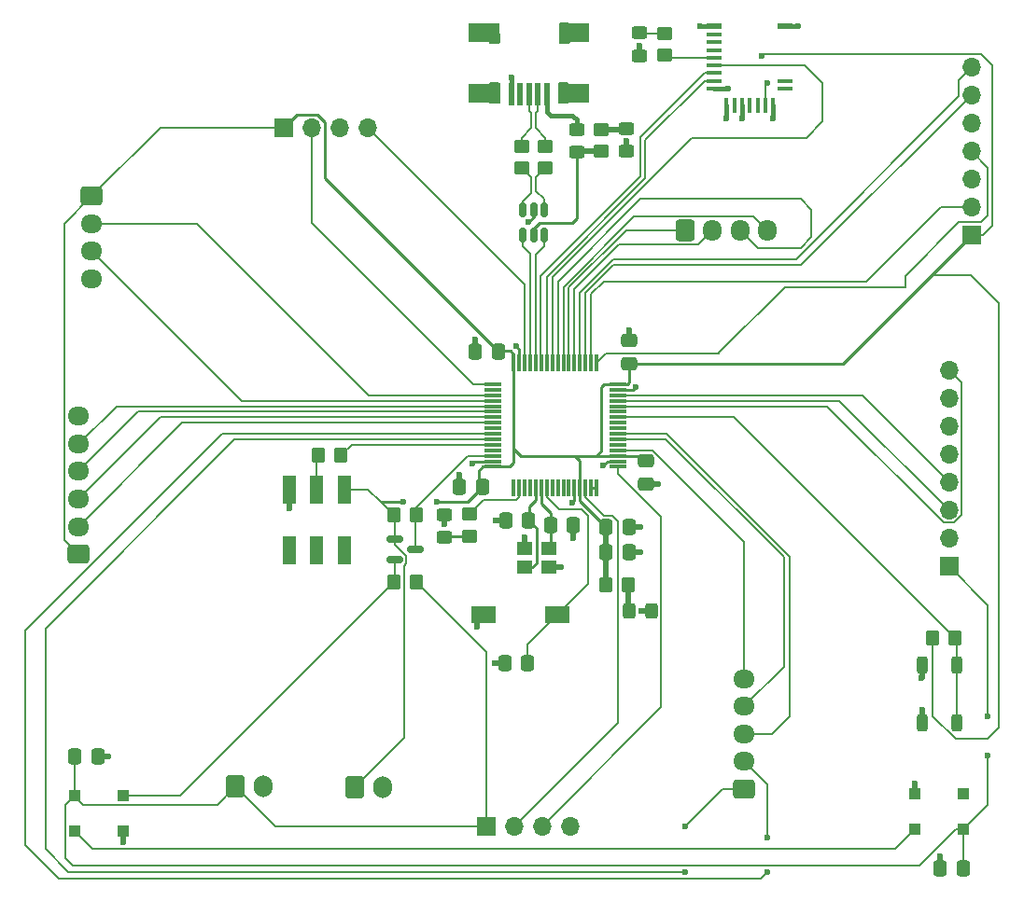
<source format=gbr>
%TF.GenerationSoftware,KiCad,Pcbnew,9.0.1*%
%TF.CreationDate,2025-05-06T17:46:24-06:00*%
%TF.ProjectId,2025_04_STM32F103_RobotBrain,32303235-5f30-4345-9f53-544d33324631,rev?*%
%TF.SameCoordinates,Original*%
%TF.FileFunction,Copper,L1,Top*%
%TF.FilePolarity,Positive*%
%FSLAX46Y46*%
G04 Gerber Fmt 4.6, Leading zero omitted, Abs format (unit mm)*
G04 Created by KiCad (PCBNEW 9.0.1) date 2025-05-06 17:46:24*
%MOMM*%
%LPD*%
G01*
G04 APERTURE LIST*
G04 Aperture macros list*
%AMRoundRect*
0 Rectangle with rounded corners*
0 $1 Rounding radius*
0 $2 $3 $4 $5 $6 $7 $8 $9 X,Y pos of 4 corners*
0 Add a 4 corners polygon primitive as box body*
4,1,4,$2,$3,$4,$5,$6,$7,$8,$9,$2,$3,0*
0 Add four circle primitives for the rounded corners*
1,1,$1+$1,$2,$3*
1,1,$1+$1,$4,$5*
1,1,$1+$1,$6,$7*
1,1,$1+$1,$8,$9*
0 Add four rect primitives between the rounded corners*
20,1,$1+$1,$2,$3,$4,$5,0*
20,1,$1+$1,$4,$5,$6,$7,0*
20,1,$1+$1,$6,$7,$8,$9,0*
20,1,$1+$1,$8,$9,$2,$3,0*%
G04 Aperture macros list end*
%TA.AperFunction,SMDPad,CuDef*%
%ADD10R,1.400000X0.600000*%
%TD*%
%TA.AperFunction,SMDPad,CuDef*%
%ADD11R,1.400000X0.400000*%
%TD*%
%TA.AperFunction,SMDPad,CuDef*%
%ADD12R,0.400000X1.400000*%
%TD*%
%TA.AperFunction,SMDPad,CuDef*%
%ADD13RoundRect,0.250000X-0.450000X0.350000X-0.450000X-0.350000X0.450000X-0.350000X0.450000X0.350000X0*%
%TD*%
%TA.AperFunction,SMDPad,CuDef*%
%ADD14RoundRect,0.075000X0.075000X-0.700000X0.075000X0.700000X-0.075000X0.700000X-0.075000X-0.700000X0*%
%TD*%
%TA.AperFunction,SMDPad,CuDef*%
%ADD15RoundRect,0.075000X0.700000X-0.075000X0.700000X0.075000X-0.700000X0.075000X-0.700000X-0.075000X0*%
%TD*%
%TA.AperFunction,SMDPad,CuDef*%
%ADD16RoundRect,0.250000X0.350000X0.450000X-0.350000X0.450000X-0.350000X-0.450000X0.350000X-0.450000X0*%
%TD*%
%TA.AperFunction,SMDPad,CuDef*%
%ADD17RoundRect,0.250000X0.450000X-0.350000X0.450000X0.350000X-0.450000X0.350000X-0.450000X-0.350000X0*%
%TD*%
%TA.AperFunction,SMDPad,CuDef*%
%ADD18RoundRect,0.250000X-0.337500X-0.475000X0.337500X-0.475000X0.337500X0.475000X-0.337500X0.475000X0*%
%TD*%
%TA.AperFunction,ComponentPad*%
%ADD19RoundRect,0.250000X-0.600000X-0.750000X0.600000X-0.750000X0.600000X0.750000X-0.600000X0.750000X0*%
%TD*%
%TA.AperFunction,ComponentPad*%
%ADD20O,1.700000X2.000000*%
%TD*%
%TA.AperFunction,ComponentPad*%
%ADD21R,1.700000X1.700000*%
%TD*%
%TA.AperFunction,ComponentPad*%
%ADD22O,1.700000X1.700000*%
%TD*%
%TA.AperFunction,ComponentPad*%
%ADD23RoundRect,0.250000X0.725000X-0.600000X0.725000X0.600000X-0.725000X0.600000X-0.725000X-0.600000X0*%
%TD*%
%TA.AperFunction,ComponentPad*%
%ADD24O,1.950000X1.700000*%
%TD*%
%TA.AperFunction,SMDPad,CuDef*%
%ADD25RoundRect,0.250000X0.450000X-0.325000X0.450000X0.325000X-0.450000X0.325000X-0.450000X-0.325000X0*%
%TD*%
%TA.AperFunction,SMDPad,CuDef*%
%ADD26RoundRect,0.150000X-0.587500X-0.150000X0.587500X-0.150000X0.587500X0.150000X-0.587500X0.150000X0*%
%TD*%
%TA.AperFunction,SMDPad,CuDef*%
%ADD27RoundRect,0.250000X-0.450000X0.325000X-0.450000X-0.325000X0.450000X-0.325000X0.450000X0.325000X0*%
%TD*%
%TA.AperFunction,SMDPad,CuDef*%
%ADD28RoundRect,0.250000X-0.350000X-0.450000X0.350000X-0.450000X0.350000X0.450000X-0.350000X0.450000X0*%
%TD*%
%TA.AperFunction,SMDPad,CuDef*%
%ADD29R,1.000000X1.000000*%
%TD*%
%TA.AperFunction,SMDPad,CuDef*%
%ADD30RoundRect,0.250000X0.337500X0.475000X-0.337500X0.475000X-0.337500X-0.475000X0.337500X-0.475000X0*%
%TD*%
%TA.AperFunction,ComponentPad*%
%ADD31RoundRect,0.250000X-0.725000X0.600000X-0.725000X-0.600000X0.725000X-0.600000X0.725000X0.600000X0*%
%TD*%
%TA.AperFunction,SMDPad,CuDef*%
%ADD32RoundRect,0.250000X-0.475000X0.337500X-0.475000X-0.337500X0.475000X-0.337500X0.475000X0.337500X0*%
%TD*%
%TA.AperFunction,SMDPad,CuDef*%
%ADD33RoundRect,0.150000X-0.150000X0.512500X-0.150000X-0.512500X0.150000X-0.512500X0.150000X0.512500X0*%
%TD*%
%TA.AperFunction,ComponentPad*%
%ADD34RoundRect,0.250000X-0.600000X-0.725000X0.600000X-0.725000X0.600000X0.725000X-0.600000X0.725000X0*%
%TD*%
%TA.AperFunction,ComponentPad*%
%ADD35O,1.700000X1.950000*%
%TD*%
%TA.AperFunction,SMDPad,CuDef*%
%ADD36R,1.400000X1.200000*%
%TD*%
%TA.AperFunction,SMDPad,CuDef*%
%ADD37R,2.300000X1.500000*%
%TD*%
%TA.AperFunction,SMDPad,CuDef*%
%ADD38RoundRect,0.250000X0.325000X0.450000X-0.325000X0.450000X-0.325000X-0.450000X0.325000X-0.450000X0*%
%TD*%
%TA.AperFunction,SMDPad,CuDef*%
%ADD39RoundRect,0.250000X0.475000X-0.337500X0.475000X0.337500X-0.475000X0.337500X-0.475000X-0.337500X0*%
%TD*%
%TA.AperFunction,SMDPad,CuDef*%
%ADD40RoundRect,0.250000X-0.250000X0.525000X-0.250000X-0.525000X0.250000X-0.525000X0.250000X0.525000X0*%
%TD*%
%TA.AperFunction,SMDPad,CuDef*%
%ADD41R,1.200000X2.500000*%
%TD*%
%TA.AperFunction,SMDPad,CuDef*%
%ADD42R,0.500000X2.000000*%
%TD*%
%TA.AperFunction,SMDPad,CuDef*%
%ADD43R,2.000000X1.700000*%
%TD*%
%TA.AperFunction,ViaPad*%
%ADD44C,0.600000*%
%TD*%
%TA.AperFunction,Conductor*%
%ADD45C,0.200000*%
%TD*%
%TA.AperFunction,Conductor*%
%ADD46C,0.254000*%
%TD*%
%TA.AperFunction,Conductor*%
%ADD47C,0.381000*%
%TD*%
%TA.AperFunction,Conductor*%
%ADD48C,0.508000*%
%TD*%
G04 APERTURE END LIST*
D10*
%TO.P,MDBT42T-AT1,19,GND@19*%
%TO.N,GND*%
X161600000Y-30800000D03*
D11*
%TO.P,MDBT42T-AT1,18,DEC4*%
%TO.N,unconnected-(MDBT42T-AT1-DEC4-Pad18)*%
X161600000Y-35800000D03*
%TO.P,MDBT42T-AT1,17,DCC*%
%TO.N,unconnected-(MDBT42T-AT1-DCC-Pad17)*%
X161600000Y-36500000D03*
D12*
%TO.P,MDBT42T-AT1,16,GND@16*%
%TO.N,GND*%
X160500000Y-38000000D03*
%TO.P,MDBT42T-AT1,15,VDD*%
%TO.N,+3V3*%
X159800000Y-38000000D03*
%TO.P,MDBT42T-AT1,14,CTS/XL1*%
%TO.N,unconnected-(MDBT42T-AT1-CTS{slash}XL1-Pad14)*%
X159100000Y-38000000D03*
%TO.P,MDBT42T-AT1,13,RTS/XL2*%
%TO.N,unconnected-(MDBT42T-AT1-RTS{slash}XL2-Pad13)*%
X158400000Y-38000000D03*
%TO.P,MDBT42T-AT1,12,FLASH_DEFAULT*%
%TO.N,GND*%
X157700000Y-38000000D03*
%TO.P,MDBT42T-AT1,11,ADC*%
%TO.N,unconnected-(MDBT42T-AT1-ADC-Pad11)*%
X157000000Y-38000000D03*
%TO.P,MDBT42T-AT1,10,GND@10*%
%TO.N,GND*%
X156300000Y-38000000D03*
D11*
%TO.P,MDBT42T-AT1,9,UART_PD*%
X155200000Y-36500000D03*
%TO.P,MDBT42T-AT1,8,RX*%
%TO.N,/BL_RX*%
X155200000Y-35800000D03*
%TO.P,MDBT42T-AT1,7,TX*%
%TO.N,/BL_TX*%
X155200000Y-35100000D03*
%TO.P,MDBT42T-AT1,6,WAKEUP*%
%TO.N,/BL_WAKEUP*%
X155200000Y-34400000D03*
%TO.P,MDBT42T-AT1,5,INDICATOR*%
%TO.N,Net-(MDBT42T-AT1-INDICATOR)*%
X155200000Y-33700000D03*
%TO.P,MDBT42T-AT1,4,RESET*%
%TO.N,unconnected-(MDBT42T-AT1-RESET-Pad4)*%
X155200000Y-33000000D03*
%TO.P,MDBT42T-AT1,3,NC@3*%
%TO.N,unconnected-(MDBT42T-AT1-NC@3-Pad3)*%
X155200000Y-32300000D03*
%TO.P,MDBT42T-AT1,2,NC@2*%
%TO.N,unconnected-(MDBT42T-AT1-NC@2-Pad2)*%
X155200000Y-31600000D03*
D10*
%TO.P,MDBT42T-AT1,1,GND@1*%
%TO.N,GND*%
X155200000Y-30800000D03*
%TD*%
D13*
%TO.P,R2,1*%
%TO.N,/D+*%
X137680000Y-41715000D03*
%TO.P,R2,2*%
%TO.N,/USB_CONN_D+*%
X137680000Y-43715000D03*
%TD*%
D14*
%TO.P,U1,1,VBAT*%
%TO.N,unconnected-(U1-VBAT-Pad1)*%
X136990000Y-72760000D03*
%TO.P,U1,2,PC13*%
%TO.N,/USER_LED*%
X137490000Y-72760000D03*
%TO.P,U1,3,PC14*%
%TO.N,unconnected-(U1-PC14-Pad3)*%
X137990000Y-72760000D03*
%TO.P,U1,4,PC15*%
%TO.N,unconnected-(U1-PC15-Pad4)*%
X138490000Y-72760000D03*
%TO.P,U1,5,RCC_OSC_IN*%
%TO.N,/OSC_IN*%
X138990000Y-72760000D03*
%TO.P,U1,6,RCC_OSC_OUT*%
%TO.N,/OSC_OUT*%
X139490000Y-72760000D03*
%TO.P,U1,7,NRST*%
%TO.N,/RESET*%
X139990000Y-72760000D03*
%TO.P,U1,8,PC0*%
%TO.N,unconnected-(U1-PC0-Pad8)*%
X140490000Y-72760000D03*
%TO.P,U1,9,PC1*%
%TO.N,unconnected-(U1-PC1-Pad9)*%
X140990000Y-72760000D03*
%TO.P,U1,10,PC2*%
%TO.N,unconnected-(U1-PC2-Pad10)*%
X141490000Y-72760000D03*
%TO.P,U1,11,PC3*%
%TO.N,unconnected-(U1-PC3-Pad11)*%
X141990000Y-72760000D03*
%TO.P,U1,12,VSSA*%
%TO.N,GND*%
X142490000Y-72760000D03*
%TO.P,U1,13,VDDA*%
%TO.N,+3V3*%
X142990000Y-72760000D03*
%TO.P,U1,14,PA0*%
%TO.N,/ULTRA_TRIG*%
X143490000Y-72760000D03*
%TO.P,U1,15,PA1*%
%TO.N,Net-(U1-PA1)*%
X143990000Y-72760000D03*
%TO.P,U1,16,PA2*%
X144490000Y-72760000D03*
D15*
%TO.P,U1,17,PA3*%
%TO.N,/ULTRA_ECHO*%
X146415000Y-70835000D03*
%TO.P,U1,18,VSS*%
%TO.N,GND*%
X146415000Y-70335000D03*
%TO.P,U1,19,VDD*%
%TO.N,+3V3*%
X146415000Y-69835000D03*
%TO.P,U1,20,PA4*%
%TO.N,/PWR_ADC*%
X146415000Y-69335000D03*
%TO.P,U1,21,PA5*%
%TO.N,unconnected-(U1-PA5-Pad21)*%
X146415000Y-68835000D03*
%TO.P,U1,22,PA6*%
%TO.N,/E1B*%
X146415000Y-68335000D03*
%TO.P,U1,23,PA7*%
%TO.N,/E1A*%
X146415000Y-67835000D03*
%TO.P,U1,24,PC4*%
%TO.N,unconnected-(U1-PC4-Pad24)*%
X146415000Y-67335000D03*
%TO.P,U1,25,PC5*%
%TO.N,unconnected-(U1-PC5-Pad25)*%
X146415000Y-66835000D03*
%TO.P,U1,26,PB0*%
%TO.N,/uBUTTON*%
X146415000Y-66335000D03*
%TO.P,U1,27,PB1*%
%TO.N,unconnected-(U1-PB1-Pad27)*%
X146415000Y-65835000D03*
%TO.P,U1,28,PB2*%
%TO.N,/IMU_INT*%
X146415000Y-65335000D03*
%TO.P,U1,29,PB10*%
%TO.N,/IMU_I2C_SCL*%
X146415000Y-64835000D03*
%TO.P,U1,30,PB11*%
%TO.N,/IMU_I2C_SDA*%
X146415000Y-64335000D03*
%TO.P,U1,31,VSS*%
%TO.N,GND*%
X146415000Y-63835000D03*
%TO.P,U1,32,VDD*%
%TO.N,+3V3*%
X146415000Y-63335000D03*
D14*
%TO.P,U1,33,PB12*%
%TO.N,/PS2_CS*%
X144490000Y-61410000D03*
%TO.P,U1,34,PB13*%
%TO.N,/PS2_SCK*%
X143990000Y-61410000D03*
%TO.P,U1,35,PB14*%
%TO.N,/PS2_MISO*%
X143490000Y-61410000D03*
%TO.P,U1,36,PB15*%
%TO.N,/PS2_MOSI*%
X142990000Y-61410000D03*
%TO.P,U1,37,PC6*%
%TO.N,/AN1*%
X142490000Y-61410000D03*
%TO.P,U1,38,PC7*%
%TO.N,/AN2*%
X141990000Y-61410000D03*
%TO.P,U1,39,PC8*%
%TO.N,/BN1*%
X141490000Y-61410000D03*
%TO.P,U1,40,PC9*%
%TO.N,/BN2*%
X140990000Y-61410000D03*
%TO.P,U1,41,PA8*%
%TO.N,/BL_WAKEUP*%
X140490000Y-61410000D03*
%TO.P,U1,42,PA9*%
%TO.N,/BL_RX*%
X139990000Y-61410000D03*
%TO.P,U1,43,PA10*%
%TO.N,/BL_TX*%
X139490000Y-61410000D03*
%TO.P,U1,44,USB_DM*%
%TO.N,/USB_D-*%
X138990000Y-61410000D03*
%TO.P,U1,45,USB_DP*%
%TO.N,/USB_D+*%
X138490000Y-61410000D03*
%TO.P,U1,46,SYS_JTMS-SWDIO*%
%TO.N,/SWDIO*%
X137990000Y-61410000D03*
%TO.P,U1,47,VSS*%
%TO.N,GND*%
X137490000Y-61410000D03*
%TO.P,U1,48,VDD*%
%TO.N,+3V3*%
X136990000Y-61410000D03*
D15*
%TO.P,U1,49,SYS_JTCK-SWCLK*%
%TO.N,/SWCLK*%
X135065000Y-63335000D03*
%TO.P,U1,50,PA15*%
%TO.N,unconnected-(U1-PA15-Pad50)*%
X135065000Y-63835000D03*
%TO.P,U1,51,PC10*%
%TO.N,/USER_TX*%
X135065000Y-64335000D03*
%TO.P,U1,52,PC11*%
%TO.N,/USER_RX*%
X135065000Y-64835000D03*
%TO.P,U1,53,PC12*%
%TO.N,/X4*%
X135065000Y-65335000D03*
%TO.P,U1,54,PD2*%
%TO.N,/X3*%
X135065000Y-65835000D03*
%TO.P,U1,55,PB3*%
%TO.N,/X2*%
X135065000Y-66335000D03*
%TO.P,U1,56,PB4*%
%TO.N,/X1*%
X135065000Y-66835000D03*
%TO.P,U1,57,PB5*%
%TO.N,unconnected-(U1-PB5-Pad57)*%
X135065000Y-67335000D03*
%TO.P,U1,58,PB6*%
%TO.N,/E2B*%
X135065000Y-67835000D03*
%TO.P,U1,59,PB7*%
%TO.N,/E2A*%
X135065000Y-68335000D03*
%TO.P,U1,60,BOOT0*%
%TO.N,/BOOT*%
X135065000Y-68835000D03*
%TO.P,U1,61,PB8*%
%TO.N,unconnected-(U1-PB8-Pad61)*%
X135065000Y-69335000D03*
%TO.P,U1,62,PB9*%
%TO.N,/RGB_DIN*%
X135065000Y-69835000D03*
%TO.P,U1,63,VSS*%
%TO.N,GND*%
X135065000Y-70335000D03*
%TO.P,U1,64,VDD*%
%TO.N,+3V3*%
X135065000Y-70835000D03*
%TD*%
D16*
%TO.P,R9,1*%
%TO.N,+5V*%
X128117500Y-81300000D03*
%TO.P,R9,2*%
%TO.N,Net-(LED1-DIN)*%
X126117500Y-81300000D03*
%TD*%
D17*
%TO.P,R3,1*%
%TO.N,/USB_CONN_D-*%
X139860000Y-43735000D03*
%TO.P,R3,2*%
%TO.N,/D-*%
X139860000Y-41735000D03*
%TD*%
D18*
%TO.P,C12,1*%
%TO.N,+5V*%
X97200000Y-97150000D03*
%TO.P,C12,2*%
%TO.N,GND*%
X99275000Y-97150000D03*
%TD*%
D19*
%TO.P,J6,1,Pin_1*%
%TO.N,+3V3*%
X122580000Y-99900000D03*
D20*
%TO.P,J6,2,Pin_2*%
%TO.N,GND*%
X125080000Y-99900000D03*
%TD*%
D21*
%TO.P,J9,1,Pin_1*%
%TO.N,+3V3*%
X178500000Y-49800000D03*
D22*
%TO.P,J9,2,Pin_2*%
%TO.N,/PS2_SCK*%
X178500000Y-47260000D03*
%TO.P,J9,3,Pin_3*%
%TO.N,unconnected-(J9-Pin_3-Pad3)*%
X178500000Y-44720000D03*
%TO.P,J9,4,Pin_4*%
%TO.N,/PS2_CS*%
X178500000Y-42180000D03*
%TO.P,J9,5,Pin_5*%
%TO.N,GND*%
X178500000Y-39640000D03*
%TO.P,J9,6,Pin_6*%
%TO.N,/PS2_MISO*%
X178500000Y-37100000D03*
%TO.P,J9,7,Pin_7*%
%TO.N,/PS2_MOSI*%
X178500000Y-34560000D03*
%TD*%
D23*
%TO.P,J8,1,Pin_1*%
%TO.N,/E2A*%
X157890000Y-100070000D03*
D24*
%TO.P,J8,2,Pin_2*%
%TO.N,/E2B*%
X157890000Y-97570000D03*
%TO.P,J8,3,Pin_3*%
%TO.N,/E1A*%
X157890000Y-95070000D03*
%TO.P,J8,4,Pin_4*%
%TO.N,/E1B*%
X157890000Y-92570000D03*
%TO.P,J8,5,Pin_5*%
%TO.N,/PWR_ADC*%
X157890000Y-90070000D03*
%TD*%
D21*
%TO.P,J2,1,Pin_1*%
%TO.N,+5V*%
X176465000Y-79835000D03*
D22*
%TO.P,J2,2,Pin_2*%
%TO.N,GND*%
X176465000Y-77295000D03*
%TO.P,J2,3,Pin_3*%
%TO.N,/IMU_I2C_SCL*%
X176465000Y-74755000D03*
%TO.P,J2,4,Pin_4*%
%TO.N,/IMU_I2C_SDA*%
X176465000Y-72215000D03*
%TO.P,J2,5,Pin_5*%
%TO.N,unconnected-(J2-Pin_5-Pad5)*%
X176465000Y-69675000D03*
%TO.P,J2,6,Pin_6*%
%TO.N,unconnected-(J2-Pin_6-Pad6)*%
X176465000Y-67135000D03*
%TO.P,J2,7,Pin_7*%
%TO.N,unconnected-(J2-Pin_7-Pad7)*%
X176465000Y-64595000D03*
%TO.P,J2,8,Pin_8*%
%TO.N,/IMU_INT*%
X176465000Y-62055000D03*
%TD*%
D25*
%TO.P,D4,1,K*%
%TO.N,GND*%
X148410000Y-33500000D03*
%TO.P,D4,2,A*%
%TO.N,Net-(D4-A)*%
X148410000Y-31450000D03*
%TD*%
D26*
%TO.P,Q1,1,G*%
%TO.N,+3V3*%
X126210000Y-77360000D03*
%TO.P,Q1,2,S*%
%TO.N,Net-(LED1-DIN)*%
X126210000Y-79260000D03*
%TO.P,Q1,3,D*%
%TO.N,/RGB_DIN*%
X128085000Y-78310000D03*
%TD*%
D27*
%TO.P,D3,1,K*%
%TO.N,GND*%
X130690000Y-75155000D03*
%TO.P,D3,2,A*%
%TO.N,Net-(D3-A)*%
X130690000Y-77205000D03*
%TD*%
D28*
%TO.P,R5,1*%
%TO.N,+3V3*%
X145347500Y-81570000D03*
%TO.P,R5,2*%
%TO.N,Net-(D2-A)*%
X147347500Y-81570000D03*
%TD*%
D29*
%TO.P,LED1,1,VDD*%
%TO.N,+5V*%
X97150000Y-100700000D03*
%TO.P,LED1,2,DOUT*%
%TO.N,Net-(LED1-DOUT)*%
X97150000Y-103900000D03*
%TO.P,LED1,3,VSS*%
%TO.N,GND*%
X101550000Y-103900000D03*
%TO.P,LED1,4,DIN*%
%TO.N,Net-(LED1-DIN)*%
X101550000Y-100700000D03*
%TD*%
D27*
%TO.P,F1,1*%
%TO.N,Net-(J1-VBUS)*%
X142670000Y-40210000D03*
%TO.P,F1,2*%
%TO.N,Vusb*%
X142670000Y-42260000D03*
%TD*%
D30*
%TO.P,C9,1*%
%TO.N,/OSC_IN*%
X138337500Y-75730000D03*
%TO.P,C9,2*%
%TO.N,GND*%
X136262500Y-75730000D03*
%TD*%
D16*
%TO.P,R10,1*%
%TO.N,/RGB_DIN*%
X128117500Y-75210000D03*
%TO.P,R10,2*%
%TO.N,+3V3*%
X126117500Y-75210000D03*
%TD*%
D21*
%TO.P,J4,1,Pin_1*%
%TO.N,+3V3*%
X116160000Y-40040000D03*
D22*
%TO.P,J4,2,Pin_2*%
%TO.N,/SWCLK*%
X118700000Y-40040000D03*
%TO.P,J4,3,Pin_3*%
%TO.N,GND*%
X121240000Y-40040000D03*
%TO.P,J4,4,Pin_4*%
%TO.N,/SWDIO*%
X123780000Y-40040000D03*
%TD*%
D28*
%TO.P,R8,1*%
%TO.N,+3V3*%
X175000000Y-86410000D03*
%TO.P,R8,2*%
%TO.N,/uBUTTON*%
X177000000Y-86410000D03*
%TD*%
D31*
%TO.P,J11,1,Pin_1*%
%TO.N,+3V3*%
X98720000Y-46270000D03*
D24*
%TO.P,J11,2,Pin_2*%
%TO.N,/USER_TX*%
X98720000Y-48770000D03*
%TO.P,J11,3,Pin_3*%
%TO.N,/USER_RX*%
X98720000Y-51270000D03*
%TO.P,J11,4,Pin_4*%
%TO.N,GND*%
X98720000Y-53770000D03*
%TD*%
D30*
%TO.P,C2,1*%
%TO.N,+3V3*%
X135577500Y-60340000D03*
%TO.P,C2,2*%
%TO.N,GND*%
X133502500Y-60340000D03*
%TD*%
D13*
%TO.P,R6,1*%
%TO.N,/USER_LED*%
X132960000Y-75150000D03*
%TO.P,R6,2*%
%TO.N,Net-(D3-A)*%
X132960000Y-77150000D03*
%TD*%
D17*
%TO.P,R7,1*%
%TO.N,Net-(MDBT42T-AT1-INDICATOR)*%
X150640000Y-33475000D03*
%TO.P,R7,2*%
%TO.N,Net-(D4-A)*%
X150640000Y-31475000D03*
%TD*%
D32*
%TO.P,C4,1*%
%TO.N,+3V3*%
X148960000Y-70302500D03*
%TO.P,C4,2*%
%TO.N,GND*%
X148960000Y-72377500D03*
%TD*%
D33*
%TO.P,U2,1,I/O1*%
%TO.N,/USB_CONN_D-*%
X139730000Y-47510000D03*
%TO.P,U2,2,GND*%
%TO.N,GND*%
X138780000Y-47510000D03*
%TO.P,U2,3,I/O2*%
%TO.N,/USB_CONN_D+*%
X137830000Y-47510000D03*
%TO.P,U2,4,I/O2*%
%TO.N,/USB_D+*%
X137830000Y-49785000D03*
%TO.P,U2,5,VBUS*%
%TO.N,Vusb*%
X138780000Y-49785000D03*
%TO.P,U2,6,I/O1*%
%TO.N,/USB_D-*%
X139730000Y-49785000D03*
%TD*%
D18*
%TO.P,C5,1*%
%TO.N,+3V3*%
X145352500Y-76290000D03*
%TO.P,C5,2*%
%TO.N,GND*%
X147427500Y-76290000D03*
%TD*%
D21*
%TO.P,J3,1,Pin_1*%
%TO.N,+5V*%
X134460000Y-103485000D03*
D22*
%TO.P,J3,2,Pin_2*%
%TO.N,/ULTRA_TRIG*%
X137000000Y-103485000D03*
%TO.P,J3,3,Pin_3*%
%TO.N,/ULTRA_ECHO*%
X139540000Y-103485000D03*
%TO.P,J3,4,Pin_4*%
%TO.N,GND*%
X142080000Y-103485000D03*
%TD*%
D34*
%TO.P,J7,1,Pin_1*%
%TO.N,/AN2*%
X152510000Y-49370000D03*
D35*
%TO.P,J7,2,Pin_2*%
%TO.N,/AN1*%
X155010000Y-49370000D03*
%TO.P,J7,3,Pin_3*%
%TO.N,/BN2*%
X157510000Y-49370000D03*
%TO.P,J7,4,Pin_4*%
%TO.N,/BN1*%
X160010000Y-49370000D03*
%TD*%
D36*
%TO.P,Y2,1,1*%
%TO.N,/OSC_IN*%
X137952500Y-79920000D03*
%TO.P,Y2,2,2*%
%TO.N,GND*%
X140152500Y-79920000D03*
%TO.P,Y2,3,3*%
%TO.N,/OSC_OUT*%
X140152500Y-78220000D03*
%TO.P,Y2,4,4*%
%TO.N,GND*%
X137952500Y-78220000D03*
%TD*%
D37*
%TO.P,SW1,1,A*%
%TO.N,GND*%
X134220000Y-84280000D03*
%TO.P,SW1,2,B*%
%TO.N,/RESET*%
X140920000Y-84280000D03*
%TD*%
D18*
%TO.P,C6,1*%
%TO.N,+3V3*%
X145352500Y-78580000D03*
%TO.P,C6,2*%
%TO.N,GND*%
X147427500Y-78580000D03*
%TD*%
D19*
%TO.P,J5,1,Pin_1*%
%TO.N,+5V*%
X111750000Y-99875000D03*
D20*
%TO.P,J5,2,Pin_2*%
%TO.N,GND*%
X114250000Y-99875000D03*
%TD*%
D38*
%TO.P,D2,1,K*%
%TO.N,GND*%
X149492500Y-83950000D03*
%TO.P,D2,2,A*%
%TO.N,Net-(D2-A)*%
X147442500Y-83950000D03*
%TD*%
D30*
%TO.P,C1,1*%
%TO.N,+3V3*%
X134137500Y-72690000D03*
%TO.P,C1,2*%
%TO.N,GND*%
X132062500Y-72690000D03*
%TD*%
D29*
%TO.P,LED2,1,VDD*%
%TO.N,+5V*%
X177760000Y-103740000D03*
%TO.P,LED2,2,DOUT*%
%TO.N,unconnected-(LED2-DOUT-Pad2)*%
X177760000Y-100540000D03*
%TO.P,LED2,3,VSS*%
%TO.N,GND*%
X173360000Y-100540000D03*
%TO.P,LED2,4,DIN*%
%TO.N,Net-(LED1-DOUT)*%
X173360000Y-103740000D03*
%TD*%
D18*
%TO.P,C8,1*%
%TO.N,/OSC_OUT*%
X140312500Y-76140000D03*
%TO.P,C8,2*%
%TO.N,GND*%
X142387500Y-76140000D03*
%TD*%
D16*
%TO.P,R1,1*%
%TO.N,/BOOT*%
X121300000Y-69810000D03*
%TO.P,R1,2*%
%TO.N,Net-(R1-Pad2)*%
X119300000Y-69810000D03*
%TD*%
D23*
%TO.P,J10,1,Pin_1*%
%TO.N,+3V3*%
X97510000Y-78760000D03*
D24*
%TO.P,J10,2,Pin_2*%
%TO.N,/X1*%
X97510000Y-76260000D03*
%TO.P,J10,3,Pin_3*%
%TO.N,/X2*%
X97510000Y-73760000D03*
%TO.P,J10,4,Pin_4*%
%TO.N,/X3*%
X97510000Y-71260000D03*
%TO.P,J10,5,Pin_5*%
%TO.N,/X4*%
X97510000Y-68760000D03*
%TO.P,J10,6,Pin_6*%
%TO.N,GND*%
X97510000Y-66260000D03*
%TD*%
D39*
%TO.P,C3,1*%
%TO.N,+3V3*%
X147470000Y-61457500D03*
%TO.P,C3,2*%
%TO.N,GND*%
X147470000Y-59382500D03*
%TD*%
D40*
%TO.P,SW2,1,A*%
%TO.N,/uBUTTON*%
X177200000Y-88835000D03*
X177200000Y-94085000D03*
%TO.P,SW2,2,B*%
%TO.N,GND*%
X174000000Y-88835000D03*
X174000000Y-94085000D03*
%TD*%
D25*
%TO.P,D1,1,K*%
%TO.N,GND*%
X147160000Y-42210000D03*
%TO.P,D1,2,A*%
%TO.N,Net-(D1-A)*%
X147160000Y-40160000D03*
%TD*%
D41*
%TO.P,S1,1*%
%TO.N,+3V3*%
X121610000Y-72880000D03*
%TO.P,S1,2*%
%TO.N,Net-(R1-Pad2)*%
X119110000Y-72880000D03*
%TO.P,S1,3*%
%TO.N,GND*%
X116610000Y-72880000D03*
%TO.P,S1,4*%
%TO.N,unconnected-(S1-Pad4)*%
X121610000Y-78380000D03*
%TO.P,S1,5*%
%TO.N,unconnected-(S1-Pad5)*%
X119110000Y-78380000D03*
%TO.P,S1,6*%
%TO.N,unconnected-(S1-Pad6)*%
X116610000Y-78380000D03*
%TD*%
D30*
%TO.P,C11,1*%
%TO.N,+5V*%
X177747500Y-107320000D03*
%TO.P,C11,2*%
%TO.N,GND*%
X175672500Y-107320000D03*
%TD*%
D42*
%TO.P,J1,1,VBUS*%
%TO.N,Net-(J1-VBUS)*%
X139980000Y-37000000D03*
%TO.P,J1,2,D-*%
%TO.N,/D-*%
X139180000Y-37000000D03*
%TO.P,J1,3,D+*%
%TO.N,/D+*%
X138380000Y-37000000D03*
%TO.P,J1,4,ID*%
%TO.N,unconnected-(J1-ID-Pad4)*%
X137580000Y-37000000D03*
%TO.P,J1,5,GND*%
%TO.N,GND*%
X136780000Y-37000000D03*
D43*
%TO.P,J1,6,Shield*%
X142830000Y-36900000D03*
X142830000Y-31450000D03*
X133930000Y-36900000D03*
X133930000Y-31450000D03*
%TD*%
D30*
%TO.P,C7,1*%
%TO.N,/RESET*%
X138247500Y-88630000D03*
%TO.P,C7,2*%
%TO.N,GND*%
X136172500Y-88630000D03*
%TD*%
D17*
%TO.P,R4,1*%
%TO.N,Vusb*%
X144880000Y-42215000D03*
%TO.P,R4,2*%
%TO.N,Net-(D1-A)*%
X144880000Y-40215000D03*
%TD*%
D44*
%TO.N,/E2B*%
X160000000Y-104500000D03*
X160000000Y-107600000D03*
%TO.N,/E2A*%
X152500000Y-107600000D03*
X152500000Y-103500000D03*
%TO.N,+3V3*%
X130000000Y-74000000D03*
X127000000Y-74000000D03*
%TO.N,+5V*%
X180000000Y-97000000D03*
X180000000Y-93500000D03*
%TO.N,+3V3*%
X160000000Y-36000000D03*
X159500000Y-33500000D03*
%TO.N,GND*%
X157700000Y-39210000D03*
X153880000Y-30820000D03*
X156420000Y-36500000D03*
X162820000Y-30810000D03*
X160490000Y-39250000D03*
X156300000Y-39230000D03*
X135300000Y-31060000D03*
X135310000Y-31970000D03*
X138320000Y-48630000D03*
X101550000Y-104940000D03*
X136780000Y-35480000D03*
X137200000Y-59890000D03*
X135310000Y-36460000D03*
X100250000Y-97140000D03*
X148430000Y-76280000D03*
X133260000Y-70570000D03*
X135310000Y-75730000D03*
X141240000Y-79920000D03*
X116610000Y-74610000D03*
X150070000Y-72380000D03*
X174000000Y-92900000D03*
X132070000Y-71580000D03*
X133640000Y-85390000D03*
X141410000Y-36420000D03*
X145110000Y-70690000D03*
X173350000Y-99580000D03*
X148580000Y-83950000D03*
X135220000Y-88640000D03*
X141420000Y-37150000D03*
X141430000Y-31900000D03*
X141430000Y-31090000D03*
X175680000Y-106180000D03*
X148460000Y-78570000D03*
X137960000Y-77270000D03*
X148070000Y-63560000D03*
X148400000Y-32585000D03*
X130690000Y-76070000D03*
X133510000Y-59260000D03*
X142390000Y-77290000D03*
X173990000Y-90010000D03*
X142300000Y-74080000D03*
X147470000Y-58420000D03*
X135310000Y-37250000D03*
X147170000Y-41280000D03*
%TD*%
D45*
%TO.N,/E2B*%
X92701000Y-105201000D02*
X92701000Y-85680160D01*
X95701000Y-108201000D02*
X92701000Y-105201000D01*
X92701000Y-85680160D02*
X110546160Y-67835000D01*
X159399000Y-108201000D02*
X95701000Y-108201000D01*
X160000000Y-107600000D02*
X159399000Y-108201000D01*
X110546160Y-67835000D02*
X135065000Y-67835000D01*
X160000000Y-99680000D02*
X160000000Y-104500000D01*
X157890000Y-97570000D02*
X160000000Y-99680000D01*
%TO.N,/E2A*%
X111665000Y-68335000D02*
X135065000Y-68335000D01*
X94500000Y-85500000D02*
X111665000Y-68335000D01*
X94500000Y-105500000D02*
X94500000Y-85500000D01*
X96600000Y-107600000D02*
X94500000Y-105500000D01*
X152500000Y-107600000D02*
X96600000Y-107600000D01*
X155930000Y-100070000D02*
X152500000Y-103500000D01*
X157890000Y-100070000D02*
X155930000Y-100070000D01*
%TO.N,/RESET*%
X139990000Y-73568824D02*
X139990000Y-72760000D01*
X143138216Y-74681000D02*
X141102176Y-74681000D01*
X143728608Y-75271392D02*
X143138216Y-74681000D01*
X143728608Y-81471392D02*
X143728608Y-75271392D01*
X140920000Y-84280000D02*
X143728608Y-81471392D01*
X141102176Y-74681000D02*
X139990000Y-73568824D01*
%TO.N,+5V*%
X111750000Y-99875000D02*
X115360000Y-103485000D01*
X115360000Y-103485000D02*
X134460000Y-103485000D01*
%TO.N,/ULTRA_ECHO*%
X150368500Y-92656500D02*
X150368500Y-75384660D01*
X146415000Y-71431160D02*
X146415000Y-70835000D01*
X139540000Y-103485000D02*
X150368500Y-92656500D01*
X150368500Y-75384660D02*
X146415000Y-71431160D01*
D46*
%TO.N,+3V3*%
X125000000Y-74000000D02*
X124953750Y-74046250D01*
X127000000Y-74000000D02*
X125000000Y-74000000D01*
D45*
X124953750Y-74046250D02*
X126117500Y-75210000D01*
D46*
X132827500Y-74000000D02*
X130000000Y-74000000D01*
X134137500Y-72690000D02*
X132827500Y-74000000D01*
D45*
%TO.N,/RGB_DIN*%
X132792500Y-69835000D02*
X135065000Y-69835000D01*
X128117500Y-74510000D02*
X132792500Y-69835000D01*
X128117500Y-75210000D02*
X128117500Y-74510000D01*
%TO.N,+3V3*%
X121610000Y-72880000D02*
X123787500Y-72880000D01*
X123787500Y-72880000D02*
X124953750Y-74046250D01*
X126210000Y-77880532D02*
X126210000Y-77360000D01*
X127248500Y-78919032D02*
X126210000Y-77880532D01*
X127248500Y-79600968D02*
X127248500Y-78919032D01*
X127018500Y-79830968D02*
X127248500Y-79600968D01*
X122580000Y-99900000D02*
X127018500Y-95461500D01*
X127018500Y-95461500D02*
X127018500Y-79830968D01*
X96234000Y-48756000D02*
X98720000Y-46270000D01*
X96234000Y-77484000D02*
X96234000Y-48756000D01*
X97510000Y-78760000D02*
X96234000Y-77484000D01*
D46*
X117338000Y-38862000D02*
X116160000Y-40040000D01*
X119878000Y-44640500D02*
X119878000Y-39552056D01*
X135577500Y-60340000D02*
X119878000Y-44640500D01*
X119878000Y-39552056D02*
X119187944Y-38862000D01*
X119187944Y-38862000D02*
X117338000Y-38862000D01*
D45*
%TO.N,+5V*%
X180000000Y-101500000D02*
X177760000Y-103740000D01*
X180000000Y-97000000D02*
X180000000Y-101500000D01*
X180000000Y-83370000D02*
X180000000Y-93500000D01*
X176465000Y-79835000D02*
X180000000Y-83370000D01*
%TO.N,+3V3*%
X181000000Y-56000000D02*
X178400000Y-53400000D01*
X181000000Y-94500000D02*
X181000000Y-56000000D01*
D46*
X174900000Y-53400000D02*
X178500000Y-49800000D01*
D45*
X180000000Y-95500000D02*
X181000000Y-94500000D01*
X178400000Y-53400000D02*
X174900000Y-53400000D01*
X177053840Y-95500000D02*
X180000000Y-95500000D01*
X175000000Y-93446160D02*
X177053840Y-95500000D01*
X175000000Y-86410000D02*
X175000000Y-93446160D01*
%TO.N,/uBUTTON*%
X177200000Y-86610000D02*
X177000000Y-86410000D01*
X177200000Y-88835000D02*
X177200000Y-86610000D01*
X177200000Y-88835000D02*
X177200000Y-94085000D01*
%TO.N,+5V*%
X177760000Y-104240000D02*
X177747500Y-104252500D01*
X177747500Y-104252500D02*
X177747500Y-107320000D01*
X177760000Y-103740000D02*
X177760000Y-104240000D01*
X173800000Y-107000000D02*
X177060000Y-103740000D01*
X177060000Y-103740000D02*
X177760000Y-103740000D01*
X97000000Y-107000000D02*
X173800000Y-107000000D01*
X96349000Y-106349000D02*
X97000000Y-107000000D01*
X96349000Y-101501000D02*
X96349000Y-106349000D01*
X97150000Y-100700000D02*
X96349000Y-101501000D01*
X97951000Y-101501000D02*
X97150000Y-100700000D01*
X110124000Y-101501000D02*
X97951000Y-101501000D01*
X111750000Y-99875000D02*
X110124000Y-101501000D01*
%TO.N,Net-(LED1-DOUT)*%
X171559000Y-105541000D02*
X173360000Y-103740000D01*
X97150000Y-103900000D02*
X98791000Y-105541000D01*
X98791000Y-105541000D02*
X171559000Y-105541000D01*
%TO.N,/BOOT*%
X122275000Y-68835000D02*
X135065000Y-68835000D01*
X121300000Y-69810000D02*
X122275000Y-68835000D01*
%TO.N,+3V3*%
X126210000Y-75302500D02*
X126117500Y-75210000D01*
X126210000Y-77360000D02*
X126210000Y-75302500D01*
%TO.N,/RGB_DIN*%
X128085000Y-75242500D02*
X128117500Y-75210000D01*
X128085000Y-78310000D02*
X128085000Y-75242500D01*
%TO.N,Net-(LED1-DIN)*%
X126210000Y-81207500D02*
X126117500Y-81300000D01*
X126210000Y-79260000D02*
X126210000Y-81207500D01*
X106717500Y-100700000D02*
X126117500Y-81300000D01*
X101550000Y-100700000D02*
X106717500Y-100700000D01*
%TO.N,+3V3*%
X122600000Y-99900000D02*
X123000000Y-99500000D01*
X122580000Y-99900000D02*
X122600000Y-99900000D01*
%TO.N,+5V*%
X134460000Y-103485000D02*
X134460000Y-87642500D01*
X134460000Y-87642500D02*
X128117500Y-81300000D01*
%TO.N,/ULTRA_TRIG*%
X145925160Y-75264000D02*
X146446500Y-75785340D01*
X145185176Y-75264000D02*
X145925160Y-75264000D01*
X146446500Y-75785340D02*
X146446500Y-94038500D01*
X143490000Y-73568824D02*
X145185176Y-75264000D01*
X143490000Y-72760000D02*
X143490000Y-73568824D01*
X146446500Y-94038500D02*
X137000000Y-103485000D01*
%TO.N,/USER_LED*%
X137490000Y-73568824D02*
X137490000Y-72760000D01*
X137222824Y-73836000D02*
X137490000Y-73568824D01*
X134274000Y-73836000D02*
X137222824Y-73836000D01*
X132960000Y-75150000D02*
X134274000Y-73836000D01*
%TO.N,/RESET*%
X138247500Y-86952500D02*
X140920000Y-84280000D01*
X138247500Y-88630000D02*
X138247500Y-86952500D01*
%TO.N,/ULTRA_ECHO*%
X139540000Y-103485000D02*
X139985000Y-103485000D01*
X139985000Y-103485000D02*
X140000000Y-103500000D01*
%TO.N,/PWR_ADC*%
X157890000Y-77633840D02*
X157890000Y-90070000D01*
X149591160Y-69335000D02*
X157890000Y-77633840D01*
X146415000Y-69335000D02*
X149591160Y-69335000D01*
%TO.N,/E1B*%
X161466450Y-88993550D02*
X157890000Y-92570000D01*
X161466450Y-79033550D02*
X161466450Y-88993550D01*
X150767900Y-68335000D02*
X161466450Y-79033550D01*
X146415000Y-68335000D02*
X150767900Y-68335000D01*
%TO.N,unconnected-(U1-PA5-Pad21)*%
X146415000Y-68884000D02*
X146500000Y-68884000D01*
X146415000Y-68835000D02*
X146415000Y-68884000D01*
%TO.N,/E1A*%
X160430000Y-95070000D02*
X157890000Y-95070000D01*
X162000000Y-93500000D02*
X160430000Y-95070000D01*
X150835000Y-67835000D02*
X162000000Y-79000000D01*
X162000000Y-79000000D02*
X162000000Y-93500000D01*
X146415000Y-67835000D02*
X150835000Y-67835000D01*
%TO.N,/uBUTTON*%
X156925000Y-66335000D02*
X146415000Y-66335000D01*
X177000000Y-86410000D02*
X156925000Y-66335000D01*
D46*
%TO.N,+3V3*%
X166842500Y-61457500D02*
X174900000Y-53400000D01*
X147470000Y-61457500D02*
X166842500Y-61457500D01*
D45*
X179550000Y-49800000D02*
X178500000Y-49800000D01*
X180401000Y-48949000D02*
X179550000Y-49800000D01*
X180401000Y-34402000D02*
X180401000Y-48949000D01*
X179408000Y-33409000D02*
X180401000Y-34402000D01*
X159591000Y-33409000D02*
X179408000Y-33409000D01*
X159500000Y-33500000D02*
X159591000Y-33409000D01*
X159800000Y-36200000D02*
X160000000Y-36000000D01*
X159800000Y-38000000D02*
X159800000Y-36200000D01*
%TO.N,/IMU_INT*%
X177616000Y-63206000D02*
X176465000Y-62055000D01*
X176941760Y-75906000D02*
X177616000Y-75231760D01*
X175988240Y-75906000D02*
X176941760Y-75906000D01*
X165417240Y-65335000D02*
X175988240Y-75906000D01*
X146415000Y-65335000D02*
X165417240Y-65335000D01*
X177616000Y-75231760D02*
X177616000Y-63206000D01*
%TO.N,/IMU_I2C_SCL*%
X166545000Y-64835000D02*
X176465000Y-74755000D01*
X146415000Y-64835000D02*
X166545000Y-64835000D01*
%TO.N,/IMU_I2C_SDA*%
X168585000Y-64335000D02*
X146415000Y-64335000D01*
X176465000Y-72215000D02*
X168585000Y-64335000D01*
%TO.N,/X1*%
X106935000Y-66835000D02*
X135065000Y-66835000D01*
X97510000Y-76260000D02*
X106935000Y-66835000D01*
%TO.N,/X2*%
X104935000Y-66335000D02*
X135065000Y-66335000D01*
X97510000Y-73760000D02*
X104935000Y-66335000D01*
%TO.N,/X3*%
X102935000Y-65835000D02*
X135065000Y-65835000D01*
X97510000Y-71260000D02*
X102935000Y-65835000D01*
%TO.N,/X4*%
X100935000Y-65335000D02*
X135065000Y-65335000D01*
X97510000Y-68760000D02*
X100935000Y-65335000D01*
%TO.N,Net-(R1-Pad2)*%
X119110000Y-70000000D02*
X119300000Y-69810000D01*
X119110000Y-72880000D02*
X119110000Y-70000000D01*
%TO.N,+5V*%
X97150000Y-97200000D02*
X97200000Y-97150000D01*
X97150000Y-100700000D02*
X97150000Y-97200000D01*
%TO.N,/PS2_SCK*%
X175740000Y-47260000D02*
X178500000Y-47260000D01*
X145134200Y-54000000D02*
X169000000Y-54000000D01*
X143990000Y-55144200D02*
X145134200Y-54000000D01*
X169000000Y-54000000D02*
X175740000Y-47260000D01*
X143990000Y-61410000D02*
X143990000Y-55144200D01*
%TO.N,/PS2_CS*%
X177349000Y-48649000D02*
X179351000Y-48649000D01*
X161569000Y-54500000D02*
X172500000Y-54500000D01*
X155500000Y-60569000D02*
X161569000Y-54500000D01*
X155500000Y-60569000D02*
X145331000Y-60569000D01*
X172500000Y-54500000D02*
X172500000Y-53498000D01*
X172500000Y-53498000D02*
X177349000Y-48649000D01*
X155598100Y-60569000D02*
X155500000Y-60569000D01*
X145331000Y-60569000D02*
X144490000Y-61410000D01*
X180000000Y-48000000D02*
X179351000Y-48649000D01*
X180000000Y-43680000D02*
X180000000Y-48000000D01*
X178500000Y-42180000D02*
X180000000Y-43680000D01*
%TO.N,/PS2_MISO*%
X143500000Y-56000000D02*
X143490000Y-56010000D01*
X143500000Y-55067100D02*
X143500000Y-56000000D01*
X143490000Y-56010000D02*
X143490000Y-61410000D01*
X146033550Y-52533550D02*
X143500000Y-55067100D01*
X163066450Y-52533550D02*
X146033550Y-52533550D01*
X178500000Y-37100000D02*
X163066450Y-52533550D01*
%TO.N,/PS2_MOSI*%
X162567100Y-52000000D02*
X146000000Y-52000000D01*
X146000000Y-52000000D02*
X142990000Y-55010000D01*
X177349000Y-37218100D02*
X162567100Y-52000000D01*
X177349000Y-35711000D02*
X177349000Y-37218100D01*
X142990000Y-55010000D02*
X142990000Y-61410000D01*
X178500000Y-34560000D02*
X177349000Y-35711000D01*
%TO.N,/AN1*%
X142441000Y-54693200D02*
X142441000Y-61361000D01*
X146488200Y-50646000D02*
X142441000Y-54693200D01*
X153734000Y-50646000D02*
X146488200Y-50646000D01*
X142441000Y-61361000D02*
X142490000Y-61410000D01*
X155010000Y-49370000D02*
X153734000Y-50646000D01*
%TO.N,/AN2*%
X147197100Y-49370000D02*
X141990000Y-54577100D01*
X152510000Y-49370000D02*
X147197100Y-49370000D01*
X141990000Y-54577100D02*
X141990000Y-61410000D01*
%TO.N,/BN1*%
X141490000Y-54510000D02*
X141490000Y-61410000D01*
X147906000Y-48094000D02*
X141490000Y-54510000D01*
X158734000Y-48094000D02*
X147906000Y-48094000D01*
X160010000Y-49370000D02*
X158734000Y-48094000D01*
%TO.N,/BN2*%
X140990000Y-54010000D02*
X140990000Y-61410000D01*
X163000000Y-46500000D02*
X148500000Y-46500000D01*
X164000000Y-47500000D02*
X163000000Y-46500000D01*
X164000000Y-50000000D02*
X164000000Y-47500000D01*
X163000000Y-51000000D02*
X164000000Y-50000000D01*
X159140000Y-51000000D02*
X163000000Y-51000000D01*
X157510000Y-49370000D02*
X159140000Y-51000000D01*
X148500000Y-46500000D02*
X140990000Y-54010000D01*
%TO.N,/BL_WAKEUP*%
X140490000Y-53644200D02*
X140490000Y-61410000D01*
X153134200Y-41000000D02*
X140490000Y-53644200D01*
X163500000Y-41000000D02*
X153134200Y-41000000D01*
X165000000Y-39500000D02*
X163500000Y-41000000D01*
X165000000Y-36000000D02*
X165000000Y-39500000D01*
X163400000Y-34400000D02*
X165000000Y-36000000D01*
X155200000Y-34400000D02*
X163400000Y-34400000D01*
%TO.N,/BL_RX*%
X139990000Y-53577100D02*
X139990000Y-61410000D01*
X148901000Y-41199000D02*
X148901000Y-44666100D01*
X155200000Y-35800000D02*
X154300000Y-35800000D01*
X154300000Y-35800000D02*
X148901000Y-41199000D01*
X148901000Y-44666100D02*
X139990000Y-53577100D01*
%TO.N,/BL_TX*%
X148500000Y-44500000D02*
X139441000Y-53559000D01*
X148500000Y-40900000D02*
X148500000Y-44500000D01*
X139441000Y-53559000D02*
X139441000Y-61361000D01*
X154300000Y-35100000D02*
X148500000Y-40900000D01*
X139441000Y-61361000D02*
X139490000Y-61410000D01*
X155200000Y-35100000D02*
X154300000Y-35100000D01*
%TO.N,Net-(MDBT42T-AT1-INDICATOR)*%
X150865000Y-33700000D02*
X150640000Y-33475000D01*
X155200000Y-33700000D02*
X150865000Y-33700000D01*
%TO.N,Net-(D4-A)*%
X148450000Y-31450000D02*
X148475000Y-31475000D01*
X148410000Y-31450000D02*
X148450000Y-31450000D01*
X148475000Y-31475000D02*
X150640000Y-31475000D01*
%TO.N,/SWDIO*%
X137990000Y-54250000D02*
X137990000Y-61410000D01*
X123780000Y-40040000D02*
X137990000Y-54250000D01*
%TO.N,/SWCLK*%
X133335000Y-63335000D02*
X135065000Y-63335000D01*
X118700000Y-48700000D02*
X133335000Y-63335000D01*
X118700000Y-40040000D02*
X118700000Y-48700000D01*
%TO.N,/USER_RX*%
X98720000Y-51270000D02*
X112285000Y-64835000D01*
X112285000Y-64835000D02*
X135065000Y-64835000D01*
%TO.N,/USER_TX*%
X123835000Y-64335000D02*
X135065000Y-64335000D01*
X108270000Y-48770000D02*
X123835000Y-64335000D01*
X98720000Y-48770000D02*
X108270000Y-48770000D01*
%TO.N,+3V3*%
X104950000Y-40040000D02*
X116160000Y-40040000D01*
X98720000Y-46270000D02*
X104950000Y-40040000D01*
D47*
%TO.N,GND*%
X155200000Y-30800000D02*
X155180000Y-30820000D01*
X160500000Y-38000000D02*
X160500000Y-39240000D01*
X160500000Y-39240000D02*
X160490000Y-39250000D01*
X155200000Y-36500000D02*
X156420000Y-36500000D01*
X155180000Y-30820000D02*
X153880000Y-30820000D01*
X161600000Y-30800000D02*
X162810000Y-30800000D01*
X156300000Y-38000000D02*
X156300000Y-39230000D01*
X157700000Y-38000000D02*
X157700000Y-39210000D01*
X162810000Y-30800000D02*
X162820000Y-30810000D01*
D46*
%TO.N,Net-(U1-PA1)*%
X143990000Y-72760000D02*
X144490000Y-72760000D01*
%TO.N,+3V3*%
X147295000Y-63335000D02*
X147470000Y-63160000D01*
X133780000Y-71210000D02*
X133780000Y-72332500D01*
D48*
X145352500Y-78580000D02*
X145352500Y-76290000D01*
D46*
X135647500Y-60270000D02*
X135577500Y-60340000D01*
X148492500Y-69835000D02*
X148960000Y-70302500D01*
X147470000Y-63160000D02*
X147470000Y-61457500D01*
X142990000Y-72760000D02*
X142990000Y-70305000D01*
X142990000Y-70305000D02*
X142520000Y-69835000D01*
X136660000Y-60270000D02*
X135647500Y-60270000D01*
X136990000Y-61410000D02*
X136990000Y-60600000D01*
X144930000Y-69385000D02*
X144480000Y-69835000D01*
X142990000Y-73927500D02*
X145352500Y-76290000D01*
X145155000Y-63335000D02*
X144930000Y-63560000D01*
X136990000Y-60600000D02*
X136660000Y-60270000D01*
X133780000Y-72332500D02*
X134137500Y-72690000D01*
X144480000Y-69835000D02*
X142520000Y-69835000D01*
X144930000Y-63560000D02*
X144930000Y-69385000D01*
X137615000Y-69835000D02*
X136990000Y-69210000D01*
X136990000Y-69210000D02*
X136990000Y-61410000D01*
X142990000Y-72760000D02*
X142990000Y-73927500D01*
D48*
X145347500Y-78585000D02*
X145352500Y-78580000D01*
X145347500Y-81570000D02*
X145347500Y-78585000D01*
D46*
X136990000Y-69210000D02*
X136990000Y-70450000D01*
X134155000Y-70835000D02*
X133780000Y-71210000D01*
X146415000Y-69835000D02*
X148492500Y-69835000D01*
X146415000Y-63335000D02*
X147295000Y-63335000D01*
X136605000Y-70835000D02*
X135065000Y-70835000D01*
X146415000Y-69835000D02*
X144480000Y-69835000D01*
X135065000Y-70835000D02*
X134155000Y-70835000D01*
X146415000Y-63335000D02*
X145155000Y-63335000D01*
X142520000Y-69835000D02*
X137615000Y-69835000D01*
X136990000Y-70450000D02*
X136605000Y-70835000D01*
%TO.N,GND*%
X145465000Y-70335000D02*
X145110000Y-70690000D01*
D48*
X137960000Y-77270000D02*
X137960000Y-78212500D01*
X148430000Y-76280000D02*
X147437500Y-76280000D01*
X173360000Y-99590000D02*
X173350000Y-99580000D01*
X135310000Y-75730000D02*
X136262500Y-75730000D01*
X175672500Y-106187500D02*
X175680000Y-106180000D01*
X100240000Y-97150000D02*
X100250000Y-97140000D01*
D46*
X135065000Y-70335000D02*
X133495000Y-70335000D01*
D48*
X174000000Y-88835000D02*
X174000000Y-90000000D01*
X173360000Y-100540000D02*
X173360000Y-99590000D01*
X137960000Y-78212500D02*
X137952500Y-78220000D01*
X147437500Y-78570000D02*
X147427500Y-78580000D01*
X141240000Y-79920000D02*
X140152500Y-79920000D01*
X136172500Y-88630000D02*
X135230000Y-88630000D01*
D46*
X138780000Y-48170000D02*
X138320000Y-48630000D01*
D48*
X148410000Y-33500000D02*
X148410000Y-32595000D01*
D46*
X138780000Y-47510000D02*
X138780000Y-48170000D01*
D48*
X135230000Y-88630000D02*
X135220000Y-88640000D01*
X133510000Y-60332500D02*
X133502500Y-60340000D01*
D46*
X137490000Y-61410000D02*
X137490000Y-60180000D01*
X133495000Y-70335000D02*
X133260000Y-70570000D01*
D48*
X142390000Y-76142500D02*
X142387500Y-76140000D01*
D46*
X137490000Y-60180000D02*
X137200000Y-59890000D01*
D48*
X132070000Y-71580000D02*
X132070000Y-72682500D01*
D46*
X146415000Y-63835000D02*
X147795000Y-63835000D01*
D48*
X132070000Y-72682500D02*
X132062500Y-72690000D01*
D46*
X147795000Y-63835000D02*
X148070000Y-63560000D01*
D48*
X133640000Y-85390000D02*
X133640000Y-84860000D01*
X174000000Y-94085000D02*
X174000000Y-92900000D01*
D47*
X136780000Y-37000000D02*
X136780000Y-35480000D01*
D48*
X116610000Y-74610000D02*
X116610000Y-72880000D01*
X147170000Y-42200000D02*
X147160000Y-42210000D01*
X174000000Y-90000000D02*
X173990000Y-90010000D01*
X142390000Y-77290000D02*
X142390000Y-76142500D01*
X148962500Y-72380000D02*
X148960000Y-72377500D01*
X130690000Y-76070000D02*
X130690000Y-75155000D01*
X147470000Y-58420000D02*
X147470000Y-59382500D01*
D46*
X142490000Y-72760000D02*
X142490000Y-73890000D01*
D48*
X133510000Y-59260000D02*
X133510000Y-60332500D01*
X148580000Y-83950000D02*
X149492500Y-83950000D01*
X175672500Y-107320000D02*
X175672500Y-106187500D01*
X147170000Y-41280000D02*
X147170000Y-42200000D01*
X133640000Y-84860000D02*
X134220000Y-84280000D01*
X101550000Y-103900000D02*
X101550000Y-104940000D01*
D46*
X142490000Y-73890000D02*
X142300000Y-74080000D01*
D48*
X147437500Y-76280000D02*
X147427500Y-76290000D01*
D46*
X146415000Y-70335000D02*
X145465000Y-70335000D01*
D48*
X148460000Y-78570000D02*
X147437500Y-78570000D01*
X148410000Y-32595000D02*
X148400000Y-32585000D01*
X150070000Y-72380000D02*
X148962500Y-72380000D01*
X99275000Y-97150000D02*
X100240000Y-97150000D01*
D46*
%TO.N,/OSC_OUT*%
X140312500Y-75032500D02*
X140312500Y-76140000D01*
X139490000Y-74210000D02*
X140312500Y-75032500D01*
X140312500Y-78060000D02*
X140152500Y-78220000D01*
X139490000Y-72760000D02*
X139490000Y-74210000D01*
X140312500Y-76140000D02*
X140312500Y-78060000D01*
%TO.N,/OSC_IN*%
X138690000Y-79920000D02*
X139030000Y-79580000D01*
X137952500Y-79920000D02*
X138690000Y-79920000D01*
X138990000Y-73830000D02*
X138410000Y-74410000D01*
X139030000Y-76422500D02*
X138337500Y-75730000D01*
X138410000Y-74410000D02*
X138410000Y-75657500D01*
X139030000Y-79580000D02*
X139030000Y-76422500D01*
X138990000Y-72760000D02*
X138990000Y-73830000D01*
X138410000Y-75657500D02*
X138337500Y-75730000D01*
D48*
%TO.N,Net-(D1-A)*%
X147105000Y-40215000D02*
X144880000Y-40215000D01*
X147160000Y-40160000D02*
X147105000Y-40215000D01*
D45*
%TO.N,/D+*%
X138555000Y-38675001D02*
X138555000Y-40095000D01*
X138380000Y-38500001D02*
X138555000Y-38675001D01*
X138380000Y-37000000D02*
X138380000Y-38500001D01*
X138555000Y-40095000D02*
X137680000Y-40970000D01*
X137680000Y-40970000D02*
X137680000Y-41715000D01*
%TO.N,/D-*%
X139180000Y-38500001D02*
X139005000Y-38675001D01*
X139005000Y-40095000D02*
X139860000Y-40950000D01*
X139860000Y-40950000D02*
X139860000Y-41735000D01*
X139180000Y-37000000D02*
X139180000Y-38500001D01*
X139005000Y-38675001D02*
X139005000Y-40095000D01*
D47*
%TO.N,Net-(J1-VBUS)*%
X139980000Y-37000000D02*
X139980000Y-38590000D01*
X140330000Y-38940000D02*
X142300000Y-38940000D01*
X142300000Y-38940000D02*
X142670000Y-39310000D01*
X142670000Y-39310000D02*
X142670000Y-40210000D01*
X139980000Y-38590000D02*
X140330000Y-38940000D01*
D45*
%TO.N,/USB_CONN_D+*%
X138554999Y-45998197D02*
X137830000Y-46723196D01*
X137830000Y-46723196D02*
X137830000Y-47510000D01*
X137680000Y-43715000D02*
X138554999Y-44589999D01*
X138554999Y-44589999D02*
X138554999Y-45998197D01*
%TO.N,/USB_CONN_D-*%
X139730000Y-46536802D02*
X139730000Y-47510000D01*
X139005001Y-45811803D02*
X139730000Y-46536802D01*
X139005001Y-44589999D02*
X139005001Y-45811803D01*
X139860000Y-43735000D02*
X139005001Y-44589999D01*
D46*
%TO.N,Vusb*%
X138780000Y-49230000D02*
X139340000Y-48670000D01*
X139340000Y-48670000D02*
X142290000Y-48670000D01*
X142290000Y-48670000D02*
X142670000Y-48290000D01*
X138780000Y-49785000D02*
X138780000Y-49230000D01*
D48*
X142715000Y-42215000D02*
X142670000Y-42260000D01*
X144880000Y-42215000D02*
X142715000Y-42215000D01*
D46*
X142670000Y-48290000D02*
X142670000Y-42260000D01*
D45*
%TO.N,/USB_D+*%
X137830000Y-50778751D02*
X137830000Y-49785000D01*
X138490000Y-60247499D02*
X138515000Y-60222499D01*
X138490000Y-61410000D02*
X138490000Y-60247499D01*
X137830000Y-50778751D02*
X138515000Y-51463750D01*
X138515000Y-60222499D02*
X138515000Y-51463750D01*
%TO.N,/USB_D-*%
X138965000Y-51543751D02*
X139730000Y-50778751D01*
X138990000Y-60247499D02*
X138965000Y-60222499D01*
X139730000Y-50778751D02*
X139730000Y-49785000D01*
X138965000Y-60222499D02*
X138965000Y-51543751D01*
X138990000Y-61410000D02*
X138990000Y-60247499D01*
D48*
%TO.N,Net-(D2-A)*%
X147347500Y-83855000D02*
X147442500Y-83950000D01*
X147347500Y-81570000D02*
X147347500Y-83855000D01*
D46*
%TO.N,Net-(D3-A)*%
X130745000Y-77150000D02*
X130690000Y-77205000D01*
X132960000Y-77150000D02*
X130745000Y-77150000D01*
%TD*%
%TA.AperFunction,Conductor*%
%TO.N,GND*%
G36*
X141923832Y-35959685D02*
G01*
X141969587Y-36012489D01*
X141980786Y-36062660D01*
X141998645Y-37714660D01*
X141979686Y-37781908D01*
X141927380Y-37828231D01*
X141874652Y-37840000D01*
X141114000Y-37840000D01*
X141046961Y-37820315D01*
X141001206Y-37767511D01*
X140990000Y-37716000D01*
X140990000Y-36064000D01*
X141009685Y-35996961D01*
X141062489Y-35951206D01*
X141114000Y-35940000D01*
X141856793Y-35940000D01*
X141923832Y-35959685D01*
G37*
%TD.AperFunction*%
%TD*%
%TA.AperFunction,Conductor*%
%TO.N,GND*%
G36*
X142013832Y-30549685D02*
G01*
X142059587Y-30602489D01*
X142070786Y-30652660D01*
X142088645Y-32304660D01*
X142069686Y-32371908D01*
X142017380Y-32418231D01*
X141964652Y-32430000D01*
X141204000Y-32430000D01*
X141136961Y-32410315D01*
X141091206Y-32357511D01*
X141080000Y-32306000D01*
X141080000Y-30654000D01*
X141099685Y-30586961D01*
X141152489Y-30541206D01*
X141204000Y-30530000D01*
X141946793Y-30530000D01*
X142013832Y-30549685D01*
G37*
%TD.AperFunction*%
%TD*%
%TA.AperFunction,Conductor*%
%TO.N,GND*%
G36*
X135703832Y-35959685D02*
G01*
X135749587Y-36012489D01*
X135760786Y-36062660D01*
X135778645Y-37714660D01*
X135759686Y-37781908D01*
X135707380Y-37828231D01*
X135654652Y-37840000D01*
X134894000Y-37840000D01*
X134826961Y-37820315D01*
X134781206Y-37767511D01*
X134770000Y-37716000D01*
X134770000Y-36064000D01*
X134789685Y-35996961D01*
X134842489Y-35951206D01*
X134894000Y-35940000D01*
X135636793Y-35940000D01*
X135703832Y-35959685D01*
G37*
%TD.AperFunction*%
%TD*%
%TA.AperFunction,Conductor*%
%TO.N,GND*%
G36*
X135653832Y-30559685D02*
G01*
X135699587Y-30612489D01*
X135710786Y-30662660D01*
X135728645Y-32314660D01*
X135709686Y-32381908D01*
X135657380Y-32428231D01*
X135604652Y-32440000D01*
X134844000Y-32440000D01*
X134776961Y-32420315D01*
X134731206Y-32367511D01*
X134720000Y-32316000D01*
X134720000Y-30664000D01*
X134739685Y-30596961D01*
X134792489Y-30551206D01*
X134844000Y-30540000D01*
X135586793Y-30540000D01*
X135653832Y-30559685D01*
G37*
%TD.AperFunction*%
%TD*%
M02*

</source>
